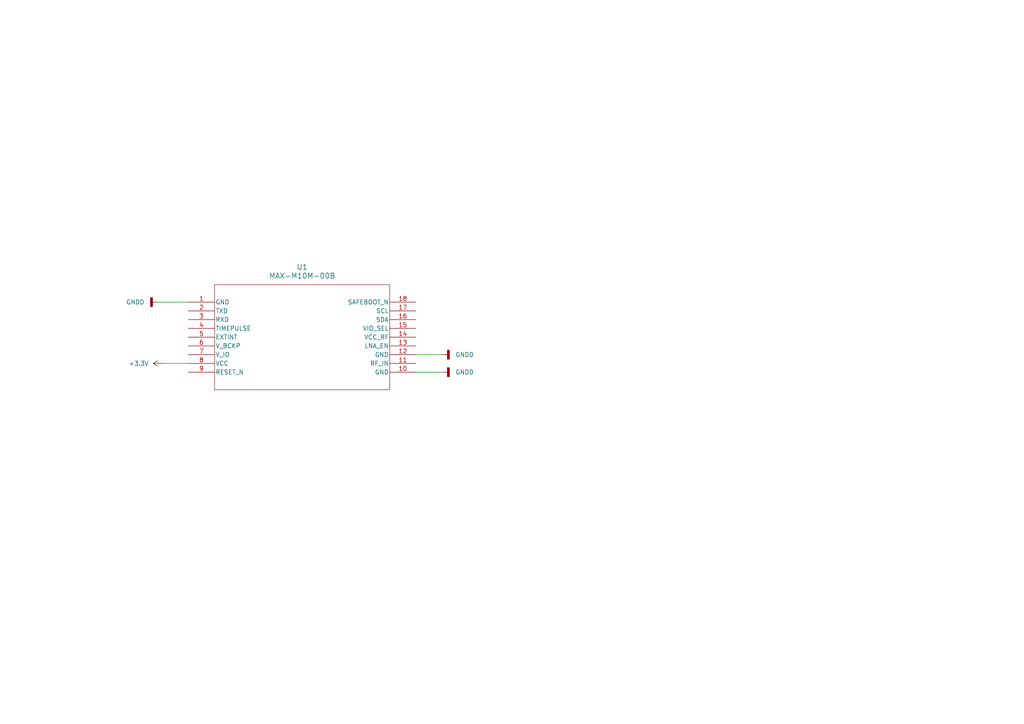
<source format=kicad_sch>
(kicad_sch (version 20231120) (generator "eeschema") (generator_version "8.0")
  (paper "A4")
  (lib_symbols
    (symbol "MAX_M10M_00B:MAX-M10M-00B" (pin_names (offset 0.254))
      (property "Reference" "U" (at 33.02 10.16 0))
      (property "Value" "MAX-M10M-00B" (at 33.02 7.62 0))
      (symbol "MAX-M10M-00B_0_1"
        (polyline (pts (xy 7.62 -25.4) (xy 58.42 -25.4)) (stroke (width 0.127)))
        (polyline (pts (xy 7.62 5.08) (xy 7.62 -25.4)) (stroke (width 0.127)))
        (polyline (pts (xy 58.42 -25.4) (xy 58.42 5.08)) (stroke (width 0.127)))
        (polyline (pts (xy 58.42 5.08) (xy 7.62 5.08)) (stroke (width 0.127)))
        (pin power_out line (at 0 0 0) (length 7.62) (name "GND") (number "1"))
        (pin power_out line (at 66.04 -20.32 180) (length 7.62) (name "GND") (number "10"))
        (pin input line (at 66.04 -17.78 180) (length 7.62) (name "RF_IN") (number "11"))
        (pin power_out line (at 66.04 -15.24 180) (length 7.62) (name "GND") (number "12"))
        (pin output line (at 66.04 -12.7 180) (length 7.62) (name "LNA_EN") (number "13"))
        (pin output line (at 66.04 -10.16 180) (length 7.62) (name "VCC_RF") (number "14"))
        (pin input line (at 66.04 -7.62 180) (length 7.62) (name "VIO_SEL") (number "15"))
        (pin bidirectional line (at 66.04 -5.08 180) (length 7.62) (name "SDA") (number "16"))
        (pin input line (at 66.04 -2.54 180) (length 7.62) (name "SCL") (number "17"))
        (pin input line (at 66.04 0 180) (length 7.62) (name "SAFEBOOT_N") (number "18"))
        (pin output line (at 0 -2.54 0) (length 7.62) (name "TXD") (number "2"))
        (pin input line (at 0 -5.08 0) (length 7.62) (name "RXD") (number "3"))
        (pin output line (at 0 -7.62 0) (length 7.62) (name "TIMEPULSE") (number "4"))
        (pin input line (at 0 -10.16 0) (length 7.62) (name "EXTINT") (number "5"))
        (pin power_in line (at 0 -12.7 0) (length 7.62) (name "V_BCKP") (number "6"))
        (pin power_in line (at 0 -15.24 0) (length 7.62) (name "V_IO") (number "7"))
        (pin power_in line (at 0 -17.78 0) (length 7.62) (name "VCC") (number "8"))
        (pin input line (at 0 -20.32 0) (length 7.62) (name "RESET_N") (number "9"))
      )
    )
    (symbol "power:+3.3V" (power) (pin_numbers hide) (pin_names (offset 0) hide)
      (property "Value" "+3.3V" (at 0 3.556 0))
      (symbol "+3.3V_0_1"
        (polyline (pts (xy -0.762 1.27) (xy 0 2.54)))
        (polyline (pts (xy 0 0) (xy 0 2.54)))
        (polyline (pts (xy 0 2.54) (xy 0.762 1.27)))
      )
      (symbol "+3.3V_1_1"
        (pin power_in line (at 0 0 90) (length 0) (name "~") (number "1"))
      )
    )
    (symbol "power:GNDD" (power) (pin_numbers hide) (pin_names (offset 0) hide)
      (property "Value" "GNDD" (at 0 -3.175 0))
      (symbol "GNDD_0_1"
        (rectangle (start -1.27 -1.524) (end 1.27 -2.032) (stroke (width 0.254)) (fill (type outline)))
        (polyline (pts (xy 0 0) (xy 0 -1.524)))
      )
      (symbol "GNDD_1_1"
        (pin power_in line (at 0 0 270) (length 0) (name "~") (number "1"))
      )
    )
  )
  (wire (pts (xy 128.27 102.87) (xy 120.65 102.87)))
  (wire (pts (xy 46.99 105.41) (xy 54.61 105.41)))
  (wire (pts (xy 45.72 87.63) (xy 54.61 87.63)))
  (wire (pts (xy 128.27 107.95) (xy 120.65 107.95)))
  (symbol (lib_id "MAX_M10M_00B:MAX-M10M-00B") (at 54.61 87.63 0) (unit 1)
    (property "Reference" "U1" (at 87.63 77.47 0) (effects (font (size 1.524 1.524))))
    (property "Value" "MAX-M10M-00B" (at 87.63 80.01 0) (effects (font (size 1.524 1.524))))
    (property "Footprint" "MOD18_MAX-M10M_UBL" (effects (hide yes)))
    (property "Datasheet" "MAX-M10M-00B" (effects (hide yes)))
  )
  (symbol (lib_id "power:GNDD") (at 128.27 107.95 90) (unit 1)
    (property "Reference" "#PWR02" (effects (hide yes)))
    (property "Value" "GNDD" (at 132.08 107.9499 90) (effects (justify right)))
    (property "Description" "Power symbol creates a global label with name \"GNDD\" , digital ground" (effects (hide yes)))
  )
  (symbol (lib_id "power:GNDD") (at 128.27 102.87 90) (unit 1)
    (property "Reference" "#PWR03" (effects (hide yes)))
    (property "Value" "GNDD" (at 132.08 102.8699 90) (effects (justify right)))
    (property "Description" "Power symbol creates a global label with name \"GNDD\" , digital ground" (effects (hide yes)))
  )
  (symbol (lib_id "power:GNDD") (at 45.72 87.63 270) (unit 1)
    (property "Reference" "#PWR04" (effects (hide yes)))
    (property "Value" "GNDD" (at 41.91 87.6299 90) (effects (justify right)))
    (property "Description" "Power symbol creates a global label with name \"GNDD\" , digital ground" (effects (hide yes)))
  )
  (symbol (lib_id "power:+3.3V") (at 46.99 105.41 90) (unit 1)
    (property "Reference" "#PWR01" (effects (hide yes)))
    (property "Value" "+3.3V" (at 43.18 105.4099 90) (effects (justify left)))
    (property "Description" "Power symbol creates a global label with name \"+3.3V\"" (effects (hide yes)))
  )
)
</source>
